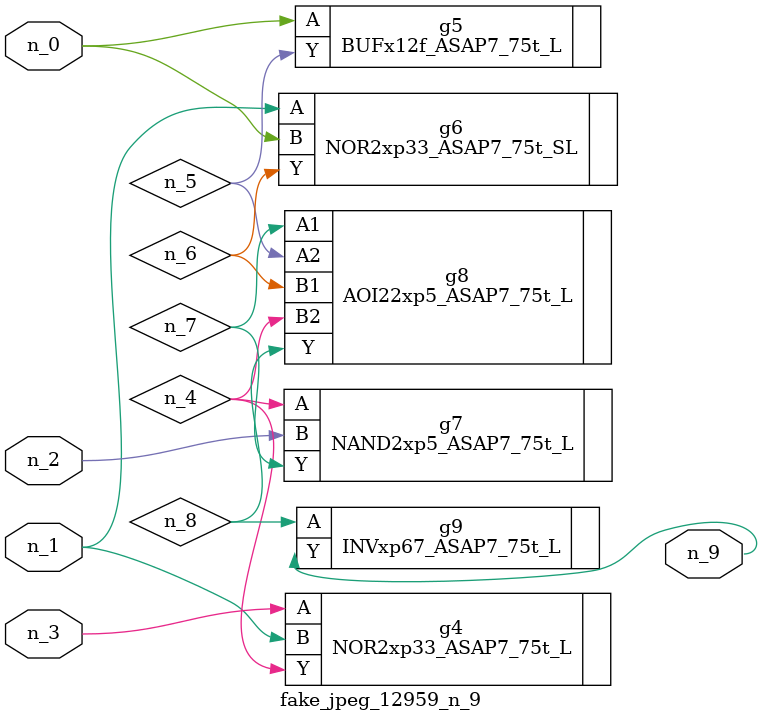
<source format=v>
module fake_jpeg_12959_n_9 (n_0, n_3, n_2, n_1, n_9);

input n_0;
input n_3;
input n_2;
input n_1;

output n_9;

wire n_4;
wire n_8;
wire n_6;
wire n_5;
wire n_7;

NOR2xp33_ASAP7_75t_L g4 ( 
.A(n_3),
.B(n_1),
.Y(n_4)
);

BUFx12f_ASAP7_75t_L g5 ( 
.A(n_0),
.Y(n_5)
);

NOR2xp33_ASAP7_75t_SL g6 ( 
.A(n_1),
.B(n_0),
.Y(n_6)
);

NAND2xp5_ASAP7_75t_L g7 ( 
.A(n_4),
.B(n_2),
.Y(n_7)
);

AOI22xp5_ASAP7_75t_L g8 ( 
.A1(n_7),
.A2(n_5),
.B1(n_6),
.B2(n_4),
.Y(n_8)
);

INVxp67_ASAP7_75t_L g9 ( 
.A(n_8),
.Y(n_9)
);


endmodule
</source>
